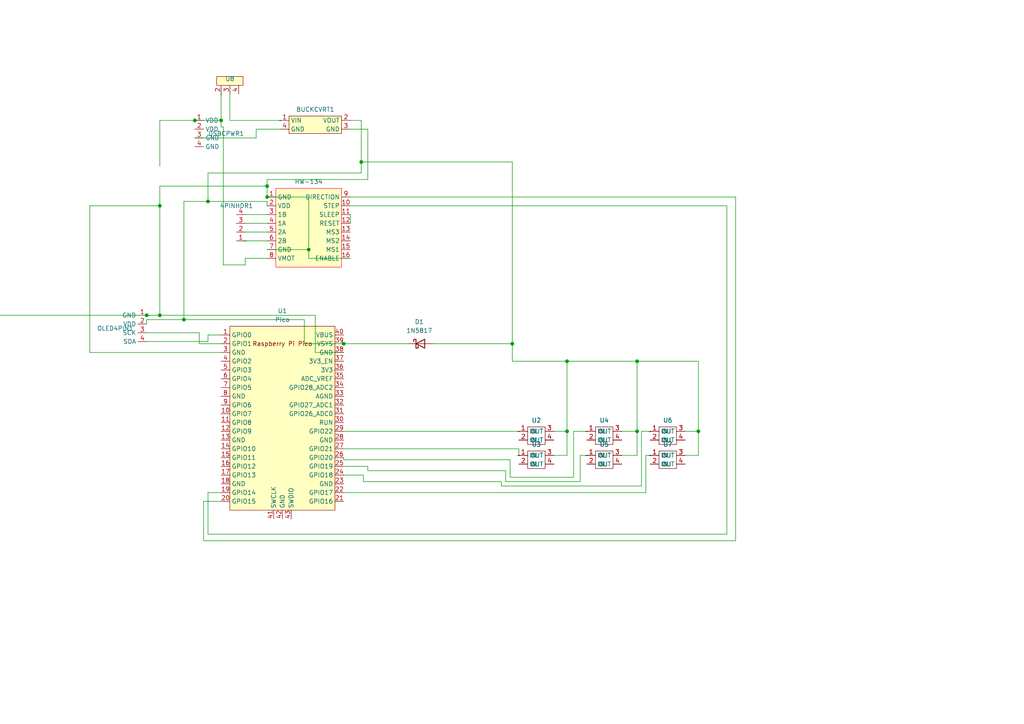
<source format=kicad_sch>
(kicad_sch (version 20230121) (generator eeschema)
  (paper "A4")
  (lib_symbols
    (symbol "Diode:1N5817" (pin_numbers hide) (pin_names (offset 1.016) hide)
      (property "Reference" "D" (at 0 2.54 0))
      (property "Value" "1N5817" (at 0 -2.54 0))
      (symbol "1N5817_0_1"
        (polyline (pts (xy 1.27 0) (xy -1.27 0)))
        (polyline (pts (xy 1.27 1.27) (xy 1.27 -1.27) (xy -1.27 0) (xy 1.27 1.27)) (stroke (width 0.254)))
        (polyline (pts (xy -1.905 0.635) (xy -1.905 1.27) (xy -1.27 1.27) (xy -1.27 -1.27) (xy -0.635 -1.27) (xy -0.635 -0.635)) (stroke (width 0.254)))
      )
      (symbol "1N5817_1_1"
        (pin passive line (at -3.81 0 0) (length 2.54) (name "K") (number "1"))
        (pin passive line (at 3.81 0 180) (length 2.54) (name "A") (number "2"))
      )
    )
    (symbol "MCU_RaspberryPi_and_Boards:Pico"
      (property "Reference" "U" (at -13.97 27.94 0))
      (property "Value" "Pico" (at 0 19.05 0))
      (symbol "Pico_0_0"
        (text "Raspberry Pi Pico" (at 0 21.59 0) (effects (font (size 1.27 1.27))))
      )
      (symbol "Pico_0_1"
        (rectangle (start -15.24 26.67) (end 15.24 -26.67) (fill (type background)))
      )
      (symbol "Pico_1_1"
        (pin bidirectional line (at -17.78 24.13 0) (length 2.54) (name "GPIO0") (number "1"))
        (pin bidirectional line (at -17.78 1.27 0) (length 2.54) (name "GPIO7") (number "10"))
        (pin bidirectional line (at -17.78 -1.27 0) (length 2.54) (name "GPIO8") (number "11"))
        (pin bidirectional line (at -17.78 -3.81 0) (length 2.54) (name "GPIO9") (number "12"))
        (pin power_in line (at -17.78 -6.35 0) (length 2.54) (name "GND") (number "13"))
        (pin bidirectional line (at -17.78 -8.89 0) (length 2.54) (name "GPIO10") (number "14"))
        (pin bidirectional line (at -17.78 -11.43 0) (length 2.54) (name "GPIO11") (number "15"))
        (pin bidirectional line (at -17.78 -13.97 0) (length 2.54) (name "GPIO12") (number "16"))
        (pin bidirectional line (at -17.78 -16.51 0) (length 2.54) (name "GPIO13") (number "17"))
        (pin power_in line (at -17.78 -19.05 0) (length 2.54) (name "GND") (number "18"))
        (pin bidirectional line (at -17.78 -21.59 0) (length 2.54) (name "GPIO14") (number "19"))
        (pin bidirectional line (at -17.78 21.59 0) (length 2.54) (name "GPIO1") (number "2"))
        (pin bidirectional line (at -17.78 -24.13 0) (length 2.54) (name "GPIO15") (number "20"))
        (pin bidirectional line (at 17.78 -24.13 180) (length 2.54) (name "GPIO16") (number "21"))
        (pin bidirectional line (at 17.78 -21.59 180) (length 2.54) (name "GPIO17") (number "22"))
        (pin power_in line (at 17.78 -19.05 180) (length 2.54) (name "GND") (number "23"))
        (pin bidirectional line (at 17.78 -16.51 180) (length 2.54) (name "GPIO18") (number "24"))
        (pin bidirectional line (at 17.78 -13.97 180) (length 2.54) (name "GPIO19") (number "25"))
        (pin bidirectional line (at 17.78 -11.43 180) (length 2.54) (name "GPIO20") (number "26"))
        (pin bidirectional line (at 17.78 -8.89 180) (length 2.54) (name "GPIO21") (number "27"))
        (pin power_in line (at 17.78 -6.35 180) (length 2.54) (name "GND") (number "28"))
        (pin bidirectional line (at 17.78 -3.81 180) (length 2.54) (name "GPIO22") (number "29"))
        (pin power_in line (at -17.78 19.05 0) (length 2.54) (name "GND") (number "3"))
        (pin input line (at 17.78 -1.27 180) (length 2.54) (name "RUN") (number "30"))
        (pin bidirectional line (at 17.78 1.27 180) (length 2.54) (name "GPIO26_ADC0") (number "31"))
        (pin bidirectional line (at 17.78 3.81 180) (length 2.54) (name "GPIO27_ADC1") (number "32"))
        (pin power_in line (at 17.78 6.35 180) (length 2.54) (name "AGND") (number "33"))
        (pin bidirectional line (at 17.78 8.89 180) (length 2.54) (name "GPIO28_ADC2") (number "34"))
        (pin power_in line (at 17.78 11.43 180) (length 2.54) (name "ADC_VREF") (number "35"))
        (pin power_in line (at 17.78 13.97 180) (length 2.54) (name "3V3") (number "36"))
        (pin input line (at 17.78 16.51 180) (length 2.54) (name "3V3_EN") (number "37"))
        (pin bidirectional line (at 17.78 19.05 180) (length 2.54) (name "GND") (number "38"))
        (pin power_in line (at 17.78 21.59 180) (length 2.54) (name "VSYS") (number "39"))
        (pin bidirectional line (at -17.78 16.51 0) (length 2.54) (name "GPIO2") (number "4"))
        (pin power_in line (at 17.78 24.13 180) (length 2.54) (name "VBUS") (number "40"))
        (pin input line (at -2.54 -29.21 90) (length 2.54) (name "SWCLK") (number "41"))
        (pin power_in line (at 0 -29.21 90) (length 2.54) (name "GND") (number "42"))
        (pin bidirectional line (at 2.54 -29.21 90) (length 2.54) (name "SWDIO") (number "43"))
        (pin bidirectional line (at -17.78 13.97 0) (length 2.54) (name "GPIO3") (number "5"))
        (pin bidirectional line (at -17.78 11.43 0) (length 2.54) (name "GPIO4") (number "6"))
        (pin bidirectional line (at -17.78 8.89 0) (length 2.54) (name "GPIO5") (number "7"))
        (pin power_in line (at -17.78 6.35 0) (length 2.54) (name "GND") (number "8"))
        (pin bidirectional line (at -17.78 3.81 0) (length 2.54) (name "GPIO6") (number "9"))
      )
    )
    (symbol "Masons_Library:4_Pin_Header"
      (property "Reference" "4PINHDR" (at 0 3.81 0))
      (symbol "4_Pin_Header_0_0"
        (pin unspecified line (at 0 0 0) (length 2.54) (name "") (number "1"))
        (pin unspecified line (at 0 -2.54 0) (length 2.54) (name "") (number "2"))
        (pin unspecified line (at 0 -5.08 0) (length 2.54) (name "") (number "3"))
        (pin unspecified line (at 0 -7.62 0) (length 2.54) (name "") (number "4"))
      )
    )
    (symbol "Masons_Library:6x6x5_BTN"
      (property "Reference" "U" (at 0 0 0))
      (symbol "6x6x5_BTN_0_0"
        (pin input line (at 0 0 0) (length 2.54) (name "IN") (number "1"))
        (pin input line (at 0 -2.54 0) (length 2.54) (name "IN") (number "2"))
        (pin output line (at 10.16 0 180) (length 2.54) (name "OUT") (number "3"))
        (pin output line (at 10.16 -2.54 180) (length 2.54) (name "OUT") (number "4"))
      )
      (symbol "6x6x5_BTN_0_1"
        (rectangle (start 2.54 1.27) (end 7.62 -3.81))
      )
    )
    (symbol "Masons_Library:Buck_Converter"
      (property "Reference" "BUCKCVRT1" (at 10.16 3.175 0))
      (property "Value" "~" (at 0 0 0))
      (symbol "Buck_Converter_0_0"
        (pin input line (at 0 0 0) (length 2.54) (name "VIN") (number "1"))
        (pin output line (at 20.32 0 180) (length 2.54) (name "VOUT") (number "2"))
        (pin output line (at 20.32 -2.54 180) (length 2.54) (name "GND") (number "3"))
        (pin input line (at 0 -2.54 0) (length 2.54) (name "GND") (number "4"))
      )
      (symbol "Buck_Converter_1_1"
        (rectangle (start 2.54 1.27) (end 17.78 -3.81) (fill (type color) (color 255 255 194 1)))
      )
    )
    (symbol "Masons_Library:HW-134"
      (property "Reference" "HW-134" (at 12.7 -10.16 0))
      (symbol "HW-134_0_0"
        (pin input line (at 0 0 0) (length 2.54) (name "GND") (number "1"))
        (pin input line (at 24.13 -2.54 180) (length 2.54) (name "STEP") (number "10"))
        (pin input line (at 24.13 -5.08 180) (length 2.54) (name "SLEEP") (number "11"))
        (pin input line (at 24.13 -7.62 180) (length 2.54) (name "RESET") (number "12"))
        (pin input line (at 24.13 -10.16 180) (length 2.54) (name "MS3") (number "13"))
        (pin input line (at 24.13 -12.7 180) (length 2.54) (name "MS2") (number "14"))
        (pin input line (at 24.13 -15.24 180) (length 2.54) (name "MS1") (number "15"))
        (pin input line (at 24.13 -17.78 180) (length 2.54) (name "ENABLE") (number "16"))
        (pin input line (at 0 -2.54 0) (length 2.54) (name "VDD") (number "2"))
        (pin output line (at 0 -5.08 0) (length 2.54) (name "1B") (number "3"))
        (pin output line (at 0 -7.62 0) (length 2.54) (name "1A") (number "4"))
        (pin output line (at 0 -10.16 0) (length 2.54) (name "2A") (number "5"))
        (pin output line (at 0 -12.7 0) (length 2.54) (name "2B") (number "6"))
        (pin input line (at 0 -15.24 0) (length 2.54) (name "GND") (number "7"))
        (pin input line (at 0 -17.78 0) (length 2.54) (name "VMOT") (number "8"))
        (pin input line (at 24.13 0 180) (length 2.54) (name "DIRECTION") (number "9"))
      )
      (symbol "HW-134_1_1"
        (rectangle (start 2.54 2.54) (end 21.59 -20.32) (stroke (width 0) (color 255 0 71 0.49)) (fill (type background)))
      )
    )
    (symbol "Masons_Library:OLED_4_Pin"
      (property "Reference" "OLED4PIN" (at 1.27 5.08 0))
      (symbol "OLED_4_Pin_0_0"
        (pin input line (at 0 0 0) (length 2.54) (name "GND") (number "1"))
        (pin input line (at 0 -2.54 0) (length 2.54) (name "VDD") (number "2"))
        (pin bidirectional line (at 0 -5.08 0) (length 2.54) (name "SCK") (number "3"))
        (pin bidirectional line (at 0 -7.62 0) (length 2.54) (name "SDA") (number "4"))
      )
    )
    (symbol "Masons_Library:Switch"
      (property "Reference" "U8" (at 0 1.905 0))
      (property "Value" "~" (at -2.54 -2.54 90))
      (symbol "Switch_0_0"
        (pin output line (at -2.54 -2.54 90) (length 2.54) (name "") (number "2"))
        (pin input line (at 0 -2.54 90) (length 2.54) (name "") (number "3"))
        (pin output line (at 2.54 -2.54 90) (length 2.54) (name "") (number "4"))
      )
      (symbol "Switch_1_1"
        (rectangle (start -3.81 2.54) (end 3.81 0) (fill (type background)))
      )
    )
    (symbol "Masons_Library:USB_C_PWR"
      (property "Reference" "USBCPWR" (at 0 3.81 0))
      (symbol "USB_C_PWR_0_0"
        (pin input line (at 0 0 0) (length 2.54) (name "VDD") (number "1"))
        (pin output line (at 0 -2.54 0) (length 2.54) (name "VDD") (number "2"))
        (pin output line (at 0 -5.08 0) (length 2.54) (name "GND") (number "3"))
        (pin output line (at 0 -7.62 0) (length 2.54) (name "GND") (number "4"))
      )
    )
  )
  (junction (at 77.47 53.975))
  (junction (at 164.465 125.095))
  (junction (at 202.565 125.095))
  (junction (at 64.135 34.925))
  (junction (at 104.775 46.99))
  (junction (at 77.47 57.15))
  (junction (at 53.34 92.71))
  (junction (at 184.785 104.775))
  (junction (at 42.545 91.44))
  (junction (at 56.515 34.925))
  (junction (at 184.785 125.095))
  (junction (at 89.535 72.39))
  (junction (at 148.59 99.695))
  (junction (at 164.465 104.775))
  (junction (at 99.695 99.695))
  (junction (at 46.355 59.69))
  (junction (at 60.325 58.42))
  (junction (at 46.355 91.44))
  (wire (pts (xy 77.47 52.07) (xy 77.47 53.975)))
  (wire (pts (xy 145.415 139.7) (xy 145.415 140.97)))
  (wire (pts (xy 105.41 137.795) (xy 99.695 137.795)))
  (wire (pts (xy 71.12 67.31) (xy 77.47 67.31)))
  (wire (pts (xy 148.59 99.695) (xy 148.59 104.775)))
  (wire (pts (xy 184.785 132.08) (xy 180.34 132.08)))
  (wire (pts (xy 91.44 102.235) (xy 99.695 102.235)))
  (wire (pts (xy 56.515 34.925) (xy 64.135 34.925)))
  (wire (pts (xy 71.12 69.85) (xy 77.47 69.85)))
  (wire (pts (xy 99.695 142.875) (xy 187.325 142.875)))
  (wire (pts (xy 184.785 125.095) (xy 184.785 132.08)))
  (wire (pts (xy 57.785 99.695) (xy 64.135 99.695)))
  (wire (pts (xy 66.675 34.925) (xy 81.28 34.925)))
  (wire (pts (xy 46.355 53.975) (xy 46.355 59.69)))
  (wire (pts (xy 77.47 72.39) (xy 89.535 72.39)))
  (wire (pts (xy 187.325 132.08) (xy 188.595 132.08)))
  (wire (pts (xy 64.135 102.235) (xy 26.035 102.235)))
  (wire (pts (xy 42.545 96.52) (xy 57.785 96.52)))
  (wire (pts (xy 106.68 52.07) (xy 77.47 52.07)))
  (wire (pts (xy 60.325 99.06) (xy 60.325 97.155)))
  (wire (pts (xy 148.59 46.99) (xy 148.59 99.695)))
  (wire (pts (xy 88.265 92.71) (xy 53.34 92.71)))
  (wire (pts (xy 77.47 58.42) (xy 60.325 58.42)))
  (wire (pts (xy 146.685 136.525) (xy 146.685 139.7)))
  (wire (pts (xy 88.265 99.695) (xy 99.695 99.695)))
  (wire (pts (xy 46.355 59.69) (xy 46.355 91.44)))
  (wire (pts (xy 26.035 59.69) (xy 46.355 59.69)))
  (wire (pts (xy 106.68 136.525) (xy 106.68 135.255)))
  (wire (pts (xy 89.535 57.15) (xy 77.47 57.15)))
  (wire (pts (xy 125.73 99.695) (xy 148.59 99.695)))
  (wire (pts (xy 60.325 142.875) (xy 64.135 142.875)))
  (wire (pts (xy 213.36 57.15) (xy 213.36 156.845)))
  (wire (pts (xy 101.6 74.93) (xy 89.535 74.93)))
  (wire (pts (xy 53.34 58.42) (xy 53.34 92.71)))
  (wire (pts (xy 59.055 145.415) (xy 64.135 145.415)))
  (wire (pts (xy 46.355 48.26) (xy 46.355 34.925)))
  (wire (pts (xy 46.355 34.925) (xy 56.515 34.925)))
  (wire (pts (xy 147.955 138.43) (xy 166.37 138.43)))
  (wire (pts (xy 64.77 36.83) (xy 64.135 36.83)))
  (wire (pts (xy 46.355 91.44) (xy 91.44 91.44)))
  (wire (pts (xy 101.6 62.23) (xy 101.6 64.77)))
  (wire (pts (xy 166.37 125.095) (xy 170.18 125.095)))
  (wire (pts (xy 59.055 145.415) (xy 59.055 156.845)))
  (wire (pts (xy 99.695 125.095) (xy 150.495 125.095)))
  (wire (pts (xy 106.68 37.465) (xy 101.6 37.465)))
  (wire (pts (xy 146.685 139.7) (xy 168.275 139.7)))
  (wire (pts (xy 202.565 125.095) (xy 202.565 132.08)))
  (wire (pts (xy 145.415 140.97) (xy 186.055 140.97)))
  (wire (pts (xy 164.465 104.775) (xy 184.785 104.775)))
  (wire (pts (xy 150.495 130.175) (xy 150.495 132.08)))
  (wire (pts (xy 184.785 104.775) (xy 202.565 104.775)))
  (wire (pts (xy 53.34 92.71) (xy 42.545 92.71)))
  (wire (pts (xy 166.37 138.43) (xy 166.37 125.095)))
  (wire (pts (xy 71.12 64.77) (xy 77.47 64.77)))
  (wire (pts (xy 66.675 27.305) (xy 66.675 34.925)))
  (wire (pts (xy 202.565 104.775) (xy 202.565 125.095)))
  (wire (pts (xy 60.325 97.155) (xy 64.135 97.155)))
  (wire (pts (xy 89.535 74.93) (xy 89.535 72.39)))
  (wire (pts (xy 160.655 125.095) (xy 164.465 125.095)))
  (wire (pts (xy 164.465 132.08) (xy 160.655 132.08)))
  (wire (pts (xy 164.465 104.775) (xy 164.465 125.095)))
  (wire (pts (xy 104.775 50.165) (xy 60.325 50.165)))
  (wire (pts (xy 148.59 104.775) (xy 164.465 104.775)))
  (wire (pts (xy 104.775 46.99) (xy 148.59 46.99)))
  (wire (pts (xy 64.77 76.835) (xy 71.12 76.835)))
  (wire (pts (xy 198.755 125.095) (xy 202.565 125.095)))
  (wire (pts (xy 59.055 156.845) (xy 213.36 156.845)))
  (wire (pts (xy 60.325 58.42) (xy 53.34 58.42)))
  (wire (pts (xy 71.12 76.835) (xy 71.12 74.93)))
  (wire (pts (xy 64.77 36.83) (xy 64.77 76.835)))
  (wire (pts (xy 57.785 96.52) (xy 57.785 99.695)))
  (wire (pts (xy 64.135 34.925) (xy 64.135 27.305)))
  (wire (pts (xy 56.515 40.005) (xy 74.295 40.005)))
  (wire (pts (xy 164.465 125.095) (xy 164.465 132.08)))
  (wire (pts (xy 106.68 136.525) (xy 146.685 136.525)))
  (wire (pts (xy 77.47 53.975) (xy 77.47 57.15)))
  (wire (pts (xy 42.545 92.71) (xy 42.545 93.98)))
  (wire (pts (xy 180.34 125.095) (xy 184.785 125.095)))
  (wire (pts (xy 104.775 46.99) (xy 104.775 50.165)))
  (wire (pts (xy 184.785 104.775) (xy 184.785 125.095)))
  (wire (pts (xy 106.68 135.255) (xy 99.695 135.255)))
  (wire (pts (xy 99.695 99.695) (xy 118.11 99.695)))
  (wire (pts (xy 60.325 142.875) (xy 60.325 154.94)))
  (wire (pts (xy 77.47 58.42) (xy 77.47 59.69)))
  (wire (pts (xy 26.035 102.235) (xy 26.035 59.69)))
  (wire (pts (xy 168.275 139.7) (xy 168.275 132.08)))
  (wire (pts (xy 77.47 53.975) (xy 46.355 53.975)))
  (wire (pts (xy 168.275 132.08) (xy 170.18 132.08)))
  (wire (pts (xy 89.535 72.39) (xy 89.535 57.15)))
  (wire (pts (xy 99.695 130.175) (xy 150.495 130.175)))
  (wire (pts (xy 42.545 99.06) (xy 60.325 99.06)))
  (wire (pts (xy 42.545 91.44) (xy 46.355 91.44)))
  (wire (pts (xy -6.35 91.44) (xy 42.545 91.44)))
  (wire (pts (xy 60.325 154.94) (xy 210.82 154.94)))
  (wire (pts (xy 99.695 133.35) (xy 147.955 133.35)))
  (wire (pts (xy 88.265 92.71) (xy 88.265 99.695)))
  (wire (pts (xy 104.775 34.925) (xy 101.6 34.925)))
  (wire (pts (xy 105.41 139.7) (xy 105.41 137.795)))
  (wire (pts (xy 104.775 34.925) (xy 104.775 46.99)))
  (wire (pts (xy 71.12 62.23) (xy 77.47 62.23)))
  (wire (pts (xy 105.41 139.7) (xy 145.415 139.7)))
  (wire (pts (xy 210.82 154.94) (xy 210.82 59.69)))
  (wire (pts (xy 187.325 142.875) (xy 187.325 132.08)))
  (wire (pts (xy 101.6 57.15) (xy 213.36 57.15)))
  (wire (pts (xy 60.325 50.165) (xy 60.325 58.42)))
  (wire (pts (xy 99.695 133.35) (xy 99.695 132.715)))
  (wire (pts (xy 186.055 140.97) (xy 186.055 125.095)))
  (wire (pts (xy 74.295 37.465) (xy 81.28 37.465)))
  (wire (pts (xy 186.055 125.095) (xy 188.595 125.095)))
  (wire (pts (xy 101.6 59.69) (xy 210.82 59.69)))
  (wire (pts (xy 106.68 52.07) (xy 106.68 37.465)))
  (wire (pts (xy 71.12 74.93) (xy 77.47 74.93)))
  (wire (pts (xy 74.295 40.005) (xy 74.295 37.465)))
  (wire (pts (xy 64.135 36.83) (xy 64.135 34.925)))
  (wire (pts (xy 147.955 133.35) (xy 147.955 138.43)))
  (wire (pts (xy 91.44 91.44) (xy 91.44 102.235)))
  (wire (pts (xy 202.565 132.08) (xy 198.755 132.08)))
  (symbol (lib_id "Masons_Library:4_Pin_Header") (at 71.12 69.85 180) (unit 1)
    (property "Reference" "4PINHDR1" (at 68.58 59.69 0))
    (property "Value" "~" (at 71.12 69.85 0))
    (property "Footprint" "Footprints:SIP-4" (effects hide))
  )
  (symbol (lib_id "Masons_Library:HW-134") (at 77.47 57.15 0) (unit 1)
    (property "Reference" "HW-134" (at 89.535 52.705 0))
    (property "Value" "~" (at 77.47 57.15 0))
    (property "Footprint" "Footprints:HW-134" (effects hide))
  )
  (symbol (lib_id "Masons_Library:Switch") (at 66.675 24.765 0) (unit 1)
    (property "Reference" "U8" (at 66.675 22.86 0))
    (property "Value" "~" (at 64.135 27.305 90))
    (property "Footprint" "Footprints:Switch" (effects hide))
  )
  (symbol (lib_id "Diode:1N5817") (at 121.92 99.695 0) (unit 1)
    (property "Reference" "D1" (at 121.6025 93.345 0))
    (property "Value" "1N5817" (at 121.6025 95.885 0))
    (property "Footprint" "Diode_THT:D_DO-41_SOD81_P10.16mm_Horizontal" (effects hide))
    (property "Datasheet" "http://www.vishay.com/docs/88525/1n5817.pdf" (effects hide))
  )
  (symbol (lib_id "Masons_Library:6x6x5_BTN") (at 170.18 132.08 0) (unit 1)
    (property "Reference" "U5" (at 175.26 128.905 0))
    (property "Value" "~" (at 170.18 132.08 0))
    (property "Footprint" "Footprints:6x6x5 BTN TH" (effects hide))
  )
  (symbol (lib_id "Masons_Library:6x6x5_BTN") (at 150.495 132.08 0) (unit 1)
    (property "Reference" "U3" (at 155.575 128.905 0))
    (property "Value" "~" (at 150.495 132.08 0))
    (property "Footprint" "Footprints:6x6x5 BTN TH" (effects hide))
  )
  (symbol (lib_id "Masons_Library:USB_C_PWR") (at 56.515 34.925 0) (unit 1)
    (property "Reference" "USBCPWR1" (at 60.325 38.735 0) (effects (justify left)))
    (property "Value" "~" (at 56.515 34.925 0))
    (property "Footprint" "Footprints:USBC" (effects hide))
  )
  (symbol (lib_id "Masons_Library:Buck_Converter") (at 81.28 34.925 0) (unit 1)
    (property "Reference" "BUCKCVRT1" (at 91.44 31.75 0))
    (property "Value" "~" (at 81.28 34.925 0))
    (property "Footprint" "Footprints:BUCKCONVERTER" (effects hide))
  )
  (symbol (lib_id "Masons_Library:OLED_4_Pin") (at 42.545 91.44 0) (mirror y) (unit 1)
    (property "Reference" "OLED4PIN1" (at 38.735 95.25 0) (effects (justify left)))
    (property "Value" "~" (at 42.545 91.44 0))
    (property "Footprint" "Footprints:OLED 4 Pin" (effects hide))
  )
  (symbol (lib_id "Masons_Library:6x6x5_BTN") (at 188.595 125.095 0) (unit 1)
    (property "Reference" "U6" (at 193.675 121.92 0))
    (property "Value" "~" (at 188.595 125.095 0))
    (property "Footprint" "Footprints:6x6x5 BTN TH" (effects hide))
  )
  (symbol (lib_id "Masons_Library:6x6x5_BTN") (at 150.495 125.095 0) (unit 1)
    (property "Reference" "U2" (at 155.575 121.92 0))
    (property "Value" "~" (at 150.495 125.095 0))
    (property "Footprint" "Footprints:6x6x5 BTN TH" (effects hide))
  )
  (symbol (lib_id "MCU_RaspberryPi_and_Boards:Pico") (at 81.915 121.285 0) (unit 1)
    (property "Reference" "U1" (at 81.915 90.17 0))
    (property "Value" "Pico" (at 81.915 92.71 0))
    (property "Footprint" "MCU_RaspberryPi_and_Boards:RPi_Pico_SMD_TH" (effects hide))
  )
  (symbol (lib_id "Masons_Library:6x6x5_BTN") (at 188.595 132.08 0) (unit 1)
    (property "Reference" "U7" (at 193.675 128.905 0))
    (property "Value" "~" (at 188.595 132.08 0))
    (property "Footprint" "Footprints:6x6x5 BTN TH" (effects hide))
  )
  (symbol (lib_id "Masons_Library:6x6x5_BTN") (at 170.18 125.095 0) (unit 1)
    (property "Reference" "U4" (at 175.26 121.92 0))
    (property "Value" "~" (at 170.18 125.095 0))
    (property "Footprint" "Footprints:6x6x5 BTN TH" (effects hide))
  )
)
</source>
